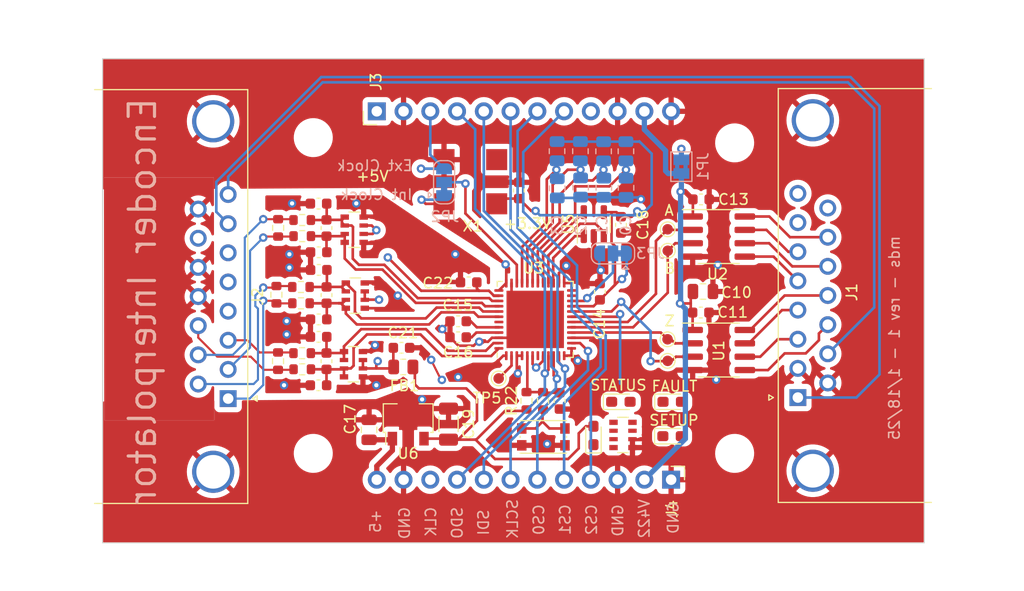
<source format=kicad_pcb>
(kicad_pcb (version 20221018) (generator pcbnew)
  (layers (0 "F.Cu" signal) (1 "In1.Cu" signal) (2 "In2.Cu" signal) (31 "B.Cu" signal) (34 "B.Paste" user) (35 "F.Paste" user) (36 "B.SilkS" user "B.Silkscreen") (37 "F.SilkS" user "F.Silkscreen") (38 "B.Mask" user) (39 "F.Mask" user) (44 "Edge.Cuts" user))
  (net 0 "")
  (net 1 "Net-(RN1-R3.2)")
  (net 2 "Net-(RN1-R1.2)")
  (net 3 "Net-(RN2-R3.2)")
  (net 4 "Net-(RN2-R1.2)")
  (net 5 "Net-(RN3-R3.2)")
  (net 6 "Net-(RN3-R1.2)")
  (net 7 "GND")
  (net 8 "+3.3V")
  (net 9 "Net-(U3-VC)")
  (net 10 "Net-(U3-VREF)")
  (net 11 "+5V")
  (net 12 "CALIBRATE")
  (net 13 "AVDD")
  (net 14 "Net-(D1-K)")
  (net 15 "Net-(D2-K)")
  (net 16 "Net-(D3-K)")
  (net 17 "SETUP")
  (net 18 "Net-(D5-K)")
  (net 19 "Net-(U2-1Z)")
  (net 20 "Net-(U2-2Z)")
  (net 21 "LIMIT1")
  (net 22 "Net-(J1-P111)")
  (net 23 "Net-(J1-P12)")
  (net 24 "Net-(J1-P13)")
  (net 25 "Net-(J1-P14)")
  (net 27 "/COS-")
  (net 28 "/SIN-")
  (net 29 "/REF+")
  (net 31 "/COS+")
  (net 32 "/SIN+")
  (net 33 "/REF-")
  (net 35 "Net-(JP2-A)")
  (net 36 "CLOCK")
  (net 37 "Net-(JP3-C)")
  (net 38 "Net-(U3-C3)")
  (net 39 "Net-(U3-C2)")
  (net 40 "Net-(U3-C0)")
  (net 41 "STATUS")
  (net 42 "FAULT")
  (net 43 "Net-(R20-Pad1)")
  (net 44 "Net-(U3-xRST)")
  (net 45 "Z")
  (net 46 "B")
  (net 47 "A")
  (net 49 "SCL")
  (net 50 "SDA")
  (net 51 "WP")
  (net 53 "Net-(U3-C1)")
  (net 54 "Net-(J3-Pin_6)")
  (net 55 "Net-(J3-Pin_7)")
  (net 56 "Net-(J3-Pin_8)")
  (net 57 "Net-(J3-Pin_5)")
  (net 58 "Net-(J4-Pin_6)")
  (net 59 "Net-(J3-Pin_3)")
  (net 60 "Net-(J3-Pin_4)")
  (net 62 "GNDA")
  (net 63 "V_RS422")
  (net 65 "Net-(U1-2Y)")
  (net 66 "Net-(U1-1Z)")
  (footprint "encoder-interpolator:R_0603_1608Metric" (layer "F.Cu") (at 165.81 66.505 90)
    (fp_text reference "R20" hide)
    (fp_text value "R1K")
  )
  (footprint "encoder-interpolator:TestPoint_Pad_D1.0mm" (layer "F.Cu") (at 161.6 64.38)
    (fp_text reference "TP5")
    (fp_text value "TestPoint")
  )
  (footprint "encoder-interpolator:R_Array_Convex_4x0603" (layer "F.Cu") (at 173.4 69.75 180)
    (fp_text reference "RN4" hide)
    (fp_text value "R20K")
  )
  (footprint "encoder-interpolator:DSUB-15_Male_Horizontal_P2.77x2.84mm_EdgePinOffset9.90mm_Housed_MountingHolesOffset11.32mm" (layer "F.Cu") (at 190 66.195 90)
    (fp_text reference "J1")
    (fp_text value "DA15_Receptacle_MountingHoles")
  )
  (footprint "encoder-interpolator:MountingHole_3.2mm_M3" (layer "F.Cu") (at 144 71.5)
    (fp_text reference "H3" hide)
    (fp_text value "MountingHole")
  )
  (footprint "encoder-interpolator:R_Array_Convex_4x0603" (layer "F.Cu") (at 147.815 63.03 180)
    (fp_text reference "RN3" hide)
    (fp_text value "R10K")
  )
  (footprint "encoder-interpolator:LED_0603_1608Metric_Pad1.05x0.95mm_HandSolder" (layer "F.Cu") (at 178.06 69.865)
    (fp_text reference "D3" hide)
    (fp_text value "LED")
  )
  (footprint "encoder-interpolator:C_0603_1608Metric" (layer "F.Cu") (at 152.375 61.47)
    (fp_text reference "C21")
    (fp_text value "1uF")
  )
  (footprint "encoder-interpolator:R_Array_Convex_4x0603" (layer "F.Cu") (at 147.885 50.25 180)
    (fp_text reference "RN2" hide)
    (fp_text value "R10K")
  )
  (footprint "encoder-interpolator:TestPoint_Pad_D1.0mm" (layer "F.Cu") (at 177.64 62.71)
    (fp_text reference "TP2" hide)
    (fp_text value "TestPoint")
  )
  (footprint "encoder-interpolator:C_0603_1608Metric" (layer "F.Cu") (at 145.255 50.09 90)
    (fp_text reference "C2" hide)
    (fp_text value "47pF")
  )
  (footprint "encoder-interpolator:MountingHole_3.2mm_M3" (layer "F.Cu") (at 184 71.5)
    (fp_text reference "H2" hide)
    (fp_text value "MountingHole")
  )
  (footprint "encoder-interpolator:PinHeader_1x12_P2.54mm_Horizontal" (layer "F.Cu") (at 150.03 39 90)
    (fp_text reference "J3")
    (fp_text value "Conn_01x12")
  )
  (footprint "encoder-interpolator:C_0603_1608Metric" (layer "F.Cu") (at 167.39 66.515 -90)
    (fp_text reference "C20" hide)
    (fp_text value "0.1uF")
  )
  (footprint "encoder-interpolator:SOIC-8_3.9x4.9mm_P1.27mm" (layer "F.Cu") (at 182.49 61.68)
    (fp_text reference "U1")
    (fp_text value "UA9638C")
  )
  (footprint "encoder-interpolator:MountingHole_3.2mm_M3" (layer "F.Cu") (at 184 42)
    (fp_text reference "H1" hide)
    (fp_text value "MountingHole")
  )
  (footprint "encoder-interpolator:C_0603_1608Metric" (layer "F.Cu") (at 144.495 65.03 180)
    (fp_text reference "C6" hide)
    (fp_text value "470pF")
  )
  (footprint "encoder-interpolator:SOIC-8_3.9x4.9mm_P1.27mm" (layer "F.Cu") (at 182.49 50.9)
    (fp_text reference "U2")
    (fp_text value "UA9638C")
  )
  (footprint "encoder-interpolator:R_0603_1608Metric" (layer "F.Cu") (at 140.665 50.075 90)
    (fp_text reference "R2" hide)
    (fp_text value "120R")
  )
  (footprint "encoder-interpolator:C_0603_1608Metric" (layer "F.Cu") (at 144.515 52.39 180)
    (fp_text reference "C8" hide)
    (fp_text value "470pF")
  )
  (footprint "encoder-interpolator:C_0603_1608Metric" (layer "F.Cu") (at 145.255 62.74 -90)
    (fp_text reference "C3" hide)
    (fp_text value "47pF")
  )
  (footprint "encoder-interpolator:DSUB-15_Female_Horizontal_P2.77x2.84mm_EdgePinOffset9.90mm_Housed_MountingHolesOffset11.32mm" (layer "F.Cu") (at 135.92 66.295 -90)
    (fp_text reference "J2")
    (fp_text value "DA15_Receptacle_MountingHoles")
  )
  (footprint "encoder-interpolator:C_0805_2012Metric" (layer "F.Cu") (at 180.99 56.12 180)
    (fp_text reference "C10")
    (fp_text value "10uF")
  )
  (footprint "encoder-interpolator:TestPoint_Pad_D1.0mm" (layer "F.Cu") (at 177.64 50.21)
    (fp_text reference "TP3" hide)
    (fp_text value "TestPoint")
  )
  (footprint "encoder-interpolator:C_0603_1608Metric" (layer "F.Cu") (at 180.81 47.37 180)
    (fp_text reference "C13")
    (fp_text value "0.1uF")
  )
  (footprint "encoder-interpolator:C_0603_1608Metric" (layer "F.Cu") (at 157.75 58.95 180)
    (fp_text reference "C15")
    (fp_text value "0.1uF")
  )
  (footprint "encoder-interpolator:R_0805_2012Metric" (layer "F.Cu") (at 152.545 63.29 180)
    (fp_text reference "FB1")
    (fp_text value "FerriteBead_Small")
  )
  (footprint "encoder-interpolator:PinHeader_1x12_P2.54mm_Horizontal" (layer "F.Cu") (at 177.97 74 -90)
    (fp_text reference "J4")
    (fp_text value "Conn_01x12")
  )
  (footprint "encoder-interpolator:C_0603_1608Metric" (layer "F.Cu") (at 144.5 47.77 180)
    (fp_text reference "C5" hide)
    (fp_text value "470pF")
  )
  (footprint "encoder-interpolator:Oscillator_SMD_EuroQuartz_XO91-4Pin_7.0x5.0mm" (layer "F.Cu") (at 158.91 45.69 180)
    (fp_text reference "X1")
    (fp_text value "DSC1001 - 24MHz" hide)
  )
  (footprint "encoder-interpolator:C_0603_1608Metric" (layer "F.Cu") (at 171.21 56.14 90)
    (fp_text reference "C14")
    (fp_text value "0.1uF" hide)
  )
  (footprint "encoder-interpolator:R_0603_1608Metric" (layer "F.Cu") (at 142.955 50.86)
    (fp_text reference "R6" hide)
    (fp_text value "R1K")
  )
  (footprint "encoder-interpolator:C_0603_1608Metric" (layer "F.Cu") (at 144.51 58.77 180)
    (fp_text reference "C7" hide)
    (fp_text value "470pF")
  )
  (footprint "encoder-interpolator:R_0603_1608Metric" (layer "F.Cu") (at 140.655 62.735 -90)
    (fp_text reference "R3" hide)
    (fp_text value "120R")
  )
  (footprint "encoder-interpolator:QFN-48-1EP_7x7mm_P0.5mm_EP5.45x5.45mm" (layer "F.Cu") (at 165.07 58.77 90)
    (fp_text reference "U3")
    (fp_text value "ICTW8")
  )
  (footprint "encoder-interpolator:R_0603_1608Metric" (layer "F.Cu") (at 142.955 63.51)
    (fp_text reference "R9" hide)
    (fp_text value "R1K")
  )
  (footprint "encoder-interpolator:TestPoint_Pad_D1.0mm" (layer "F.Cu") (at 177.65 52.25)
    (fp_text reference "TP4" hide)
    (fp_text value "TestPoint")
  )
  (footprint "encoder-interpolator:C_0603_1608Metric" (layer "F.Cu") (at 173.21 49.79 -90)
    (fp_text reference "C18")
    (fp_text value "0.1uF")
  )
  (footprint "encoder-interpolator:C_0603_1608Metric" (layer "F.Cu") (at 144.52 54.07 180)
    (fp_text reference "C4" hide)
    (fp_text value "470pF")
  )
  (footprint "encoder-interpolator:R_0603_1608Metric" (layer "F.Cu") (at 142.835 57.24)
    (fp_text reference "R4" hide)
    (fp_text value "R1K")
  )
  (footprint "encoder-interpolator:MountingHole_3.2mm_M3" (layer "F.Cu") (at 144 41.5)
    (fp_text reference "H4" hide)
    (fp_text value "MountingHole")
  )
  (footprint "encoder-interpolator:SOT-89-3" (layer "F.Cu") (at 153.01 68.15 90)
    (fp_text reference "U6")
    (fp_text value "MCP1754S-3302xMB" hide)
  )
  (footprint "encoder-interpolator:C_0603_1608Metric" (layer "F.Cu") (at 157.75 60.47 180)
    (fp_text reference "C16")
    (fp_text value "0.1uF")
  )
  (footprint "encoder-interpolator:LED_0603_1608Metric_Pad1.05x0.95mm_HandSolder" (layer "F.Cu") (at 173.2 66.6)
    (fp_text reference "D2" hide)
    (fp_text value "LED")
  )
  (footprint "encoder-interpolator:R_0603_1608Metric" (layer "F.Cu") (at 140.5 56.425 90)
    (fp_text reference "R1" hide)
    (fp_text value "120R")
  )
  (footprint "encoder-interpolator:C_0603_1608Metric" (layer "F.Cu") (at 144.505 60.43 180)
    (fp_text reference "C9" hide)
    (fp_text value "470pF")
  )
  (footprint "encoder-interpolator:R_0603_1608Metric" (layer "F.Cu") (at 164.24 66.505 90)
    (fp_text reference "R22")
    (fp_text value "R20K")
  )
  (footprint "encoder-interpolator:C_0603_1608Metric" (layer "F.Cu") (at 163.52 46.52 90)
    (fp_text reference "C12" hide)
    (fp_text value "0.1uF")
  )
  (footprint "encoder-interpolator:R_0603_1608Metric" (layer "F.Cu") (at 142.95 49.33)
    (fp_text reference "R7" hide)
    (fp_text value "R1K")
  )
  (footprint "encoder-interpolator:LED_0603_1608Metric_Pad1.05x0.95mm_HandSolder" (layer "F.Cu") (at 170.6 69.8 90)
    (fp_text reference "D5" hide)
    (fp_text value "LED")
  )
  (footprint "encoder-interpolator:R_Array_Convex_4x0603" (layer "F.Cu") (at 147.99 56.51 180)
    (fp_text reference "RN1" hide)
    (fp_text value "R10K")
  )
  (footprint "encoder-interpolator:SW_Push_1P1T_NO_CK_KMR2" (layer "F.Cu") (at 165.84 69.935 180)
    (fp_text reference "SW1" hide)
    (fp_text value "SW_Push")
  )
  (footprint "encoder-interpolator:LED_0603_1608Metric_Pad1.05x0.95mm_HandSolder" (layer "F.Cu") (at 178.075 66.6)
    (fp_text reference "D1" hide)
    (fp_text value "LED" hide)
  )
  (footprint "encoder-interpolator:C_1206_3216Metric" (layer "F.Cu") (at 156.84 68.72 90)
    (fp_text reference "C19")
    (fp_text value "22uF")
  )
  (footprint "encoder-interpolator:R_0603_1608Metric" (layer "F.Cu") (at 142.945 61.98)
    (fp_text reference "R8" hide)
    (fp_text value "R1K")
  )
  (footprint "encoder-interpolator:R_0603_1608Metric" (layer "F.Cu") (at 142.83 55.69)
    (fp_text reference "R5" hide)
    (fp_text value "R1K")
  )
  (footprint "encoder-interpolator:C_0603_1608Metric" (layer "F.Cu") (at 145.26 56.46 90)
    (fp_text reference "C1" hide)
    (fp_text value "47pF")
  )
  (footprint "encoder-interpolator:TestPoint_Pad_D1.0mm" (layer "F.Cu") (at 177.63 60.66)
    (fp_text reference "TP1" hide)
    (fp_text value "TestPoint")
  )
  (footprint "encoder-interpolator:SOT-23-5" (layer "F.Cu") (at 170.63 49.72 90)
    (fp_text reference "U5")
    (fp_text value "24AA02-OT")
  )
  (footprint "encoder-interpolator:C_0603_1608Metric" (layer "F.Cu") (at 180.785 58.12 180)
    (fp_text reference "C11")
    (fp_text value "0.1uF")
  )
  (footprint "encoder-interpolator:C_0805_2012Metric" (layer "F.Cu") (at 149.3 69.26 90)
    (fp_text reference "C17")
    (fp_text value "10uF")
  )
  (footprint "encoder-interpolator:C_0603_1608Metric" (layer "F.Cu") (at 158.75 55.25 180)
    (fp_text reference "C22")
    (fp_text value "0.1uF")
  )
  (footprint "encoder-interpolator:SolderJumper-3_P1.3mm_Bridged12_RoundedPad1.0x1.5mm" (layer "B.Cu") (at 172.45 52.5 180)
    (fp_text reference "JP3")
    (fp_text value "SolderJumper_3_Bridged12" hide)
  )
  (footprint "encoder-interpolator:R_0805_2012Metric" (layer "B.Cu") (at 169.38 46.24 -90)
    (fp_text reference "R13" hide)
    (fp_text value "R")
  )
  (footprint "encoder-interpolator:R_0805_2012Metric" (layer "B.Cu") (at 171.58 46.26 -90)
    (fp_text reference "R15" hide)
    (fp_text value "R")
  )
  (footprint "encoder-interpolator:SolderJumper-2_P1.3mm_Bridged2Bar_Pad1.0x1.5mm" (layer "B.Cu") (at 178.943 44.2572 -90)
    (fp_text reference "JP1")
    (fp_text value "Jumper_2_Bridged" hide)
  )
  (footprint "encoder-interpolator:R_0805_2012Metric" (layer "B.Cu") (at 173.68 42.795 -90)
    (fp_text reference "R16" hide)
    (fp_text value "10K")
  )
  (footprint "encoder-interpolator:R_0805_2012Metric" (layer "B.Cu") (at 169.36 42.79 -90)
    (fp_text reference "R12" hide)
    (fp_text value "R")
  )
  (footprint "encoder-interpolator:SolderJumper-3_P1.3mm_Bridged12_RoundedPad1.0x1.5mm" (layer "B.Cu") (at 156.42 45.74 90)
    (fp_text reference "JP2")
    (fp_text value "SolderJumper_3_Bridged12" hide)
  )
  (footprint "encoder-interpolator:R_0805_2012Metric" (layer "B.Cu") (at 171.56 42.8 -90)
    (fp_text reference "R14" hide)
    (fp_text value "R")
  )
  (footprint "encoder-interpolator:R_0805_2012Metric" (layer "B.Cu") (at 167.14 42.7875 -90)
    (fp_text reference "R10" hide)
    (fp_text value "R")
  )
  (footprint "encoder-interpolator:R_0805_2012Metric" (layer "B.Cu") (at 167.16 46.3175 -90)
    (fp_text reference "R11" hide)
    (fp_text value "R")
  )
  (footprint "encoder-interpolator:R_0805_2012Metric" (layer "B.Cu") (at 173.69 46.27 -90)
    (fp_text reference "R17" hide)
    (fp_text value "4.99K")
  )
  (gr_line (start 156.25 64.75) (end 155.25 62.75) (stroke (width 0.2)) (layer "F.Cu"))
  (gr_rect (start 124 34) (end 202 80) (stroke (width 0.1)) (fill none) (layer "Edge.Cuts"))
  (gr_text "Ext Clock" (at 153.5 44.75) (layer "B.SilkS") (effects (font (size 1 1)) (justify left bottom mirror)))
  (gr_text "V422" (at 176 75.75 90) (layer "B.SilkS") (effects (font (size 1 1)) (justify left bottom mirror)))
  (gr_text "CLK" (at 155.75 76.5 90) (layer "B.SilkS") (effects (font (size 1 1)) (justify left bottom mirror)))
  (gr_text "SCLK" (at 163.5 75.75 90) (layer "B.SilkS") (effects (font (size 1 1)) (justify left bottom mirror)))
  (gr_text "C0" (at 174.25 48.75 90) (layer "B.SilkS") (effects (font (size 1 1)) (justify left bottom mirror)))
  (gr_text "CS2" (at 171 76.25 90) (layer "B.SilkS") (effects (font (size 1 1)) (justify left bottom mirror)))
  (gr_text "C1" (at 172 48.75 90) (layer "B.SilkS") (effects (font (size 1 1)) (justify left bottom mirror)))
  (gr_text "+5" (at 150.5 76.75 90) (layer "B.SilkS") (effects (font (size 1 1)) (justify left bottom mirror)))
  (gr_text "GND" (at 173.5 76.25 90) (layer "B.SilkS") (effects (font (size 1 1)) (justify left bottom mirror)))
  (gr_text "CS1" (at 168.5 76.25 90) (layer "B.SilkS") (effects (font (size 1 1)) (justify left bottom mirror)))
  (gr_text "mds - rev 1 - 1/18/25" (at 199.75 50.75 90) (layer "B.SilkS") (effects (font (size 1 1)) (justify left bottom mirror)))
  (gr_text "GND" (at 178.75 76 90) (layer "B.SilkS") (effects (font (size 1 1)) (justify left bottom mirror)))
  (gr_text "CS0" (at 166 76.25 90) (layer "B.SilkS") (effects (font (size 1 1)) (justify left bottom mirror)))
  (gr_text "SDI" (at 160.75 76.75 90) (layer "B.SilkS") (effects (font (size 1 1)) (justify left bottom mirror)))
  (gr_text "SDO" (at 158.25 76.5 90) (layer "B.SilkS") (effects (font (size 1 1)) (justify left bottom mirror)))
  (gr_text "C3" (at 167.75 48.75 90) (layer "B.SilkS") (effects (font (size 1 1)) (justify left bottom mirror)))
  (gr_text "C2" (at 170 48.75 90) (layer "B.SilkS") (effects (font (size 1 1)) (justify left bottom mirror)))
  (gr_text "GND" (at 153.25 76.5 90) (layer "B.SilkS") (effects (font (size 1 1)) (justify left bottom mirror)))
  (gr_text "Encoder Interpolator" (at 129.25 37.5 90) (layer "B.SilkS") (effects (font (size 2.5 2.5) (thickness 0.3)) (justify left bottom mirror)))
  (gr_text "Int Clock" (at 153.5 47.5) (layer "B.SilkS") (effects (font (size 1 1)) (justify left bottom mirror)))
  (gr_text "+3.3V" (at 162 50.25) (layer "F.SilkS") (effects (font (size 1 1)) (justify left bottom)))
  (gr_text "Z" (at 177.25 59.5) (layer "F.SilkS") (effects (font (size 1 1)) (justify left bottom)))
  (gr_text "A" (at 177.25 49) (layer "F.SilkS") (effects (font (size 1 1)) (justify left bottom)))
  (gr_text "B" (at 177.25 54.5) (layer "F.SilkS") (effects (font (size 1 1)) (justify left bottom)))
  (gr_text "FAULT" (at 176.025 65.7) (layer "F.SilkS") (effects (font (size 1 1)) (justify left bottom)))
  (gr_text "STATUS" (at 170.2 65.6) (layer "F.SilkS") (effects (font (size 1 1)) (justify left bottom)))
  (gr_text "SETUP" (at 175.805 68.935) (layer "F.SilkS") (effects (font (size 1 1)) (justify left bottom)))
  (gr_text "+5V" (at 148 45.75) (layer "F.SilkS") (effects (font (size 1 1)) (justify left bottom)))
  (segment (start 145.295 55.65) (end 145.26 55.685) (width 0.25) (layer "F.Cu") (net 1))
  (segment (start 145.26 55.685) (end 146.665 55.685) (width 0.25) (layer "F.Cu") (net 1))
  (segment (start 146.665 55.685) (end 146.715 55.685) (width 0.25) (layer "F.Cu") (net 1))
  (segment (start 146.715 55.685) (end 147.09 55.31) (width 0.25) (layer "F.Cu") (net 1))
  (segment (start 147.955 58.075) (end 147.955 56.175) (width 0.25) (layer "F.Cu") (net 1))
  (segment (start 147.955 56.175) (end 147.09 55.31) (width 0.25) (layer "F.Cu") (net 1))
  (segment (start 159.75 57.652399) (end 155.707601 57.652399) (width 0.25) (layer "F.Cu") (net 1))
  (segment (start 146.665 55.685) (end 147.09 56.11) (width 0.25) (layer "F.Cu") (net 1))
  (segment (start 161.62 58.02) (end 160.117601 58.02) (width 0.25) (layer "F.Cu") (net 1))
  (segment (start 145.295 54.07) (end 145.295 55.65) (width 0.25) (layer "F.Cu") (net 1))
  (segment (start 154.686 58.674) (end 148.554 58.674) (width 0.25) (layer "F.Cu") (net 1))
  (segment (start 143.655 55.69) (end 145.255 55.69) (width 0.25) (layer "F.Cu") (net 1))
  (segment (start 155.707601 57.652399) (end 154.686 58.674) (width 0.25) (layer "F.Cu") (net 1))
  (segment (start 148.554 58.674) (end 147.955 58.075) (width 0.25) (layer "F.Cu") (net 1))
  (segment (start 160.117601 58.02) (end 159.75 57.652399) (width 0.25) (layer "F.Cu") (net 1))
  (segment (start 145.255 55.69) (end 145.26 55.685) (width 0.25) (layer "F.Cu") (net 1))
  (segment (start 159.25 58.1019) (end 156.1471 58.1019) (width 0.25) (layer "F.Cu") (net 2))
  (segment (start 146.615 57.235) (end 147.09 57.71) (width 0.25) (layer "F.Cu") (net 2))
  (segment (start 156.1471 58.1019) (end 154.998499 59.250501) (width 0.25) (layer "F.Cu") (net 2))
  (segment (start 159.6681 58.52) (end 159.25 58.1019) (width 0.25) (layer "F.Cu") (net 2))
  (segment (start 161.62 58.52) (end 159.6681 58.52) (width 0.25) (layer "F.Cu") (net 2))
  (segment (start 146.765 57.235) (end 147.09 56.91) (width 0.25) (layer "F.Cu") (net 2))
  (segment (start 143.66 57.24) (end 145.255 57.24) (width 0.25) (layer "F.Cu") (net 2))
  (segment (start 146.431 57.235) (end 146.765 57.235) (width 0.25) (layer "F.Cu") (net 2))
  (segment (start 148.130501 59.250501) (end 147.09 58.21) (width 0.25) (layer "F.Cu") (net 2))
  (segment (start 145.285 58.77) (end 145.285 57.26) (width 0.25) (layer "F.Cu") (net 2))
  (segment (start 145.255 57.24) (end 145.26 57.235) (width 0.25) (layer "F.Cu") (net 2))
  (segment (start 154.998499 59.250501) (end 148.130501 59.250501) (width 0.25) (layer "F.Cu") (net 2))
  (segment (start 145.26 57.235) (end 146.431 57.235) (width 0.25) (layer "F.Cu") (net 2))
  (segment (start 147.09 58.21) (end 147.09 57.71) (width 0.25) (layer "F.Cu") (net 2))
  (segment (start 146.431 57.235) (end 146.615 57.235) (width 0.25) (layer "F.Cu") (net 2))
  (segment (start 145.285 57.26) (end 145.26 57.235) (width 0.25) (layer "F.Cu") (net 2))
  (segment (start 146.72 49.315) (end 146.72 49.585) (width 0.25) (layer "F.Cu") (net 3))
  (segment (start 153.914288 56.75) (end 160.710804 56.75) (width 0.25) (layer "F.Cu") (net 3))
  (segment (start 147.635 49.85) (end 147.767 49.982) (width 0.25) (layer "F.Cu") (net 3))
  (segment (start 147.767 51.618712) (end 147.75 51.635712) (width 0.25) (layer "F.Cu") (net 3))
  (segment (start 145.255 49.315) (end 146.72 49.315) (width 0.25) (layer "F.Cu") (net 3))
  (segment (start 147.767 49.982) (end 147.767 51.618712) (width 0.25) (layer "F.Cu") (net 3))
  (segment (start 143.775 49.33) (end 145.24 49.33) (width 0.25) (layer "F.Cu") (net 3))
  (segment (start 146.985 49.85) (end 147.635 49.85) (width 0.25) (layer "F.Cu") (net 3))
  (segment (start 148.333998 53.583998) (end 150.748286 53.583998) (width 0.25) (layer "F.Cu") (net 3))
  (segment (start 145.275 47.77) (end 145.275 49.295) (width 0.25) (layer "F.Cu") (net 3))
  (segment (start 147.75 53) (end 148.333998 53.583998) (width 0.25) (layer "F.Cu") (net 3))
  (segment (start 150.748286 53.583998) (end 153.914288 56.75) (width 0.25) (layer "F.Cu") (net 3))
  (segment (start 160.710804 56.75) (end 160.980804 57.02) (width 0.25) (layer "F.Cu") (net 3))
  (segment (start 160.980804 57.02) (end 161.62 57.02) (width 0.25) (layer "F.Cu") (net 3))
  (segment (start 147.75 51.635712) (end 147.75 53) (width 0.25) (layer "F.Cu") (net 3))
  (segment (start 145.275 49.295) (end 145.255 49.315) (width 0.25) (layer "F.Cu") (net 3))
  (segment (start 145.24 49.33) (end 145.255 49.315) (width 0.25) (layer "F.Cu") (net 3))
  (segment (start 146.72 49.315) (end 146.985 49.05) (width 0.25) (layer "F.Cu") (net 3))
  (segment (start 146.72 49.585) (end 146.985 49.85) (width 0.25) (layer "F.Cu") (net 3))
  (segment (start 153.731496 57.202898) (end 160 57.202898) (width 0.25) (layer "F.Cu") (net 4))
  (segment (start 146.77 50.865) (end 146.985 50.65) (width 0.25) (layer "F.Cu") (net 4))
  (segment (start 145.255 50.865) (end 146.77 50.865) (width 0.25) (layer "F.Cu") (net 4))
  (segment (start 146.985 51.45) (end 146.985 52.985) (width 0.25) (layer "F.Cu") (net 4))
  (segment (start 146.985 52.985) (end 148.033499 54.033499) (width 0.25) (layer "F.Cu") (net 4))
  (segment (start 145.255 52.355) (end 145.29 52.39) (width 0.25) (layer "F.Cu") (net 4))
  (segment (start 145.25 50.86) (end 145.255 50.865) (width 0.25) (layer "F.Cu") (net 4))
  (segment (start 146.985 51.45) (end 146.985 50.65) (width 0.25) (layer "F.Cu") (net 4))
  (segment (start 148.033499 54.033499) (end 150.562097 54.033499) (width 0.25) (layer "F.Cu") (net 4))
  (segment (start 145.255 50.865) (end 145.255 52.355) (width 0.25) (layer "F.Cu") (net 4))
  (segment (start 160 57.202898) (end 160.317102 57.52) (width 0.25) (layer "F.Cu") (net 4))
  (segment (start 143.78 50.86) (end 145.25 50.86) (width 0.25) (layer "F.Cu") (net 4))
  (segment (start 150.562097 54.033499) (end 153.731496 57.202898) (width 0.25) (layer "F.Cu") (net 4))
  (segment (start 160.317102 57.52) (end 161.62 57.52) (width 0.25) (layer "F.Cu") (net 4))
  (segment (start 145.255 61.965) (end 146.78 61.965) (width 0.25) (layer "F.Cu") (net 5))
  (segment (start 145.255 61.965) (end 145.255 60.455) (width 0.25) (layer "F.Cu") (net 5))
  (segment (start 146.78 61.965) (end 146.915 61.83) (width 0.25) (layer "F.Cu") (net 5))
  (segment (start 161.111598 61.02) (end 161.62 61.02) (width 0.25) (layer "F.Cu") (net 5))
  (segment (start 146.915 62.63) (end 146.915 62.1) (width 0.25) (layer "F.Cu") (net 5))
  (segment (start 146.915 61.83) (end 146.915 61.33) (width 0.25) (layer "F.Cu") (net 5))
  (segment (start 143.77 61.98) (end 145.24 61.98) (width 0.25) (layer "F.Cu") (net 5))
  (segment (start 160.381598 61.75) (end 161.111598 61.02) (width 0.25) (layer "F.Cu") (net 5))
  (segment (start 156.326802 61.326802) (end 156.75 61.75) (width 0.25) (layer "F.Cu") (net 5))
  (segment (start 154.696002 59.700002) (end 156.322802 61.326802) (width 0.25) (layer "F.Cu") (net 5))
  (segment (start 145.255 60.455) (end 145.28 60.43) (width 0.25) (layer "F.Cu") (net 5))
  (segment (start 156.322802 61.326802) (end 156.326802 61.326802) (width 0.25) (layer "F.Cu") (net 5))
  (segment (start 146.915 61.33) (end 148.544998 59.700002) (width 0.25) (layer "F.Cu") (net 5))
  (segment (start 145.24 61.98) (end 145.255 61.965) (width 0.25) (layer "F.Cu") (net 5))
  (segment (start 146.915 62.1) (end 146.78 61.965) (width 0.25) (layer "F.Cu") (net 5))
  (segment (start 156.75 61.75) (end 160.381598 61.75) (width 0.25) (layer "F.Cu") (net 5))
  (segment (start 148.544998 59.700002) (end 154.696002 59.700002) (width 0.25) (layer "F.Cu") (net 5))
  (segment (start 146.915 64.23) (end 146.915 63.43) (width 0.25) (layer "F.Cu") (net 6))
  (segment (start 147.828 61.468) (end 149.098 60.198) (width 0.25) (layer "F.Cu") (net 6))
  (segment (start 146.83 63.515) (end 146.915 63.43) (width 0.25) (layer "F.Cu") (net 6))
  (segment (start 146.915 63.43) (end 147.565 63.43) (width 0.25) (layer "F.Cu") (net 6))
  (segment (start 145.255 63.515) (end 146.83 63.515) (width 0.25) (layer "F.Cu") (net 6))
  (segment (start 147.565 63.43) (end 147.828 63.167) (width 0.25) (layer "F.Cu") (net 6))
  (segment (start 145.255 65.015) (end 145.27 65.03) (width 0.25) (layer "F.Cu") (net 6))
  (segment (start 160.89 62.25) (end 161.62 61.52) (width 0.25) (layer "F.Cu") (net 6))
  (segment (start 145.255 63.515) (end 145.255 65.015) (width 0.25) (layer "F.Cu") (net 6))
  (segment (start 149.098 60.198) (end 154.178 60.198) (width 0.25) (layer "F.Cu") (net 6))
  (segment (start 156.23 62.25) (end 160.89 62.25) (width 0.25) (layer "F.Cu") (net 6))
  (segment (start 145.25 63.51) (end 145.255 63.515) (width 0.25) (layer "F.Cu") (net 6))
  (segment (start 143.78 63.51) (end 145.25 63.51) (width 0.25) (layer "F.Cu") (net 6))
  (segment (start 154.178 60.198) (end 156.23 62.25) (width 0.25) (layer "F.Cu") (net 6))
  (segment (start 147.828 63.167) (end 147.828 61.468) (width 0.25) (layer "F.Cu") (net 6))
  (segment (start 180.015 63.585) (end 179.2898 63.585) (width 0.25) (layer "F.Cu") (net 7))
  (segment (start 165.165408 63.3476) (end 165.1508 63.3476) (width 0.25) (layer "F.Cu") (net 7))
  (segment (start 168.52 60.52) (end 170.5782 60.52) (width 0.25) (layer "F.Cu") (net 7))
  (segment (start 168.52 62.1856) (end 168.5544 62.22) (width 0.25) (layer "F.Cu") (net 7))
  (segment (start 167.32 55.32) (end 167.32 54.366459) (width 0.25) (layer "F.Cu") (net 7))
  (segment (start 163.32 62.22) (end 163.82 62.22) (width 0.25) (layer "F.Cu") (net 7))
  (segment (start 167.82 62.22) (end 168.5544 62.22) (width 0.25) (layer "F.Cu") (net 7))
  (segment (start 162.32 53.608) (end 162.2552 53.5432) (width 0.25) (layer "F.Cu") (net 7))
  (segment (start 165.82 62.693008) (end 165.165408 63.3476) (width 0.25) (layer "F.Cu") (net 7))
  (segment (start 165.82 62.22) (end 165.82 62.693008) (width 0.25) (layer "F.Cu") (net 7))
  (segment (start 171.21 55.365) (end 171.21 54.1896) (width 0.25) (layer "F.Cu") (net 7))
  (segment (start 168.646 62.22) (end 169.1132 62.6872) (width 0.25) (layer "F.Cu") (net 7))
  (segment (start 163.32 62.22) (end 163.32 63.8028) (width 0.25) (layer "F.Cu") (net 7))
  (segment (start 168.5544 62.22) (end 168.646 62.22) (width 0.25) (layer "F.Cu") (net 7))
  (segment (start 162.0366 62.22) (end 161.417 62.8396) (width 0.25) (layer "F.Cu") (net 7))
  (segment (start 162.32 55.32) (end 162.32 53.608) (width 0.25) (layer "F.Cu") (net 7))
  (segment (start 170.5782 60.52) (end 171.0182 60.96) (width 0.25) (layer "F.Cu") (net 7))
  (segment (start 168.52 56.52) (end 168.52 56.02) (width 0.25) (layer "F.Cu") (net 7))
  (segment (start 163.32 63.8028) (end 163.4236 63.9064) (width 0.25) (layer "F.Cu") (net 7))
  (segment (start 161.62 56.02) (end 162.32 55.32) (width 0.25) (layer "F.Cu") (net 7))
  (segment (start 171.21 54.1896) (end 171.2976 54.102) (width 0.25) (layer "F.Cu") (net 7))
  (segment (start 162.32 62.22) (end 162.0366 62.22) (width 0.25) (layer "F.Cu") (net 7))
  (segment (start 167.32 54.366459) (end 168.010229 53.67623) (width 0.25) (layer "F.Cu") (net 7))
  (segment (start 153.01 70.0125) (end 153.01 67.6906) (width 0.25) (layer "F.Cu") (net 7))
  (segment (start 164.82 63.0168) (end 165.1508 63.3476) (width 0.25) (layer "F.Cu") (net 7))
  (segment (start 153.01 67.6906) (end 154.3304 66.3702) (width 0.25) (layer "F.Cu") (net 7))
  (segment (start 168.52 61.52) (end 168.52 62.1856) (width 0.25) (layer "F.Cu") (net 7))
  (segment (start 164.82 62.22) (end 164.82 63.0168) (width 0.25) (layer "F.Cu") (net 7))
  (via (at 168.010229 53.67623) (size 0.8) (drill 0.4) (layers "F.Cu" "B.Cu") (net 7))
  (via (at 171.2976 54.102) (size 0.8) (drill 0.4) (layers "F.Cu" "B.Cu") (net 7))
  (via (at 182.25 64.5) (size 0.8) (drill 0.4) (layers "F.Cu" "B.Cu") (net 7))
  (via (at 182.3974 53.594) (size 0.8) (drill 0.4) (layers "F.Cu" "B.Cu") (net 7))
  (via (at 162.2552 53.5432) (size 0.8) (drill 0.4) (layers "F.Cu" "B.Cu") (net 7))
  (via (at 166.2 70.6) (size 0.8) (drill 0.4) (layers "F.Cu" "B.Cu") (net 7))
  (via (at 175.1076 47.3456) (size 0.8) (drill 0.4) (layers "F.Cu" "B.Cu") (net 7))
  (via (at 156.21 64.516) (size 0.8) (drill 0.4) (layers "F.Cu" "B.Cu") (net 7))
  (via (at 163.4236 63.9064) (size 0.8) (drill 0.4) (layers "F.Cu" "B.Cu") (net 7))
  (via (at 157.75 64.25) (size 0.8) (drill 0.4) (layers "F.Cu" "B.Cu") (net 7))
  (via (at 169.1132 62.6872) (size 0.8) (drill 0.4) (layers "F.Cu" "B.Cu") (net 7))
  (via (at 165.1508 63.3476) (size 0.8) (drill 0.4) (layers "F.Cu" "B.Cu") (net 7))
  (via (at 154.3304 66.3702) (size 0.8) (drill 0.4) (layers "F.Cu" "B.Cu") (net 7))
  (segment (start 171.15 52.5) (end 171.15 53.9544) (width 0.25) (layer "B.Cu") (net 7))
  (segment (start 171.56 47.1525) (end 171.58 47.1725) (width 0.25) (layer "B.Cu") (net 7))
  (segment (start 174.9445 47.1825) (end 175.1076 47.3456) (width 0.25) (layer "B.Cu") (net 7))
  (segment (start 173.69 47.1825) (end 174.9445 47.1825) (width 0.25) (layer "B.Cu") (net 7))
  (segment (start 167.16 47.23) (end 169.3025 47.23) (width 0.25) (layer "B.Cu") (net 7))
  (segment (start 171.15 53.9544) (end 171.2976 54.102) (width 0.25) (layer "B.Cu") (net 7))
  (segment (start 173.68 47.1725) (end 173.69 47.1825) (width 0.25) (layer "B.Cu") (net 7))
  (segment (start 169.3025 47.23) (end 169.38 47.1525) (width 0.25) (layer "B.Cu") (net 7))
  (segment (start 171.58 47.1725) (end 173.68 47.1725) (width 0.25) (layer "B.Cu") (net 7))
  (segment (start 169.38 47.1525) (end 171.56 47.1525) (width 0.25) (layer "B.Cu") (net 7))
  (segment (start 159.4718 70.195) (end 162.2044 67.4624) (width 0.25) (layer "F.Cu") (net 8))
  (segment (start 174.1494 49.015) (end 174.235 49.015) (width 0.25) (layer "F.Cu") (net 8))
  (segment (start 163.52 47.295) (end 161.905 47.295) (width 0.25) (layer "F.Cu") (net 8))
  (segment (start 172.3136 48.5825) (end 172.7775 48.5825) (width 0.25) (layer "F.Cu") (net 8))
  (segment (start 170.605 57.52) (end 171.21 56.915) (width 0.25) (layer "F.Cu") (net 8))
  (segment (start 156.745 70.1) (end 156.84 70.195) (width 0.25) (layer "F.Cu") (net 8))
  (segment (start 164.6882 48.4632) (end 163.52 47.295) (width 0.25) (layer "F.Cu") (net 8))
  (segment (start 172.3136 48.5825) (end 172.3136 51.475943) (width 0.25) (layer "F.Cu") (net 8))
  (segment (start 163.5975 47.2175) (end 163.52 47.295) (width 0.25) (layer "F.Cu") (net 8))
  (segment (start 157.7446 70.195) (end 159.5374 68.4022) (width 0.25) (layer "F.Cu") (net 8))
  (segment (start 154.51 70.1) (end 156.745 70.1) (width 0.25) (layer "F.Cu") (net 8))
  (segment (start 161.2498 72.0344) (end 167.284399 72.0344) (width 0.25) (layer "F.Cu") (net 8))
  (segment (start 165.1 48.4632) (end 164.6882 48.4632) (width 0.25) (layer "F.Cu") (net 8))
  (segment (start 156.84 70.195) (end 157.7446 70.195) (width 0.25) (layer "F.Cu") (net 8))
  (segment (start 164.1076 67.4624) (end 164.24 67.33) (width 0.25) (layer "F.Cu") (net 8))
  (segment (start 173.21 49.015) (end 174.1494 49.015) (width 0.25) (layer "F.Cu") (net 8))
  (segment (start 172.3428 55.7822) (end 171.21 56.915) (width 0.25) (layer "F.Cu") (net 8))
  (segment (start 172.635 55.49) (end 172.3428 55.7822) (width 0.25) (layer "F.Cu") (net 8))
  (segment (start 153.6446 63.4771) (end 153.4575 63.29) (width 0.25) (layer "F.Cu") (net 8))
  (segment (start 154.0256 65.3288) (end 153.6446 64.9478) (width 0.25) (layer "F.Cu") (net 8))
  (segment (start 156.84 70.195) (end 159.4104 70.195) (width 0.25) (layer "F.Cu") (net 8))
  (segment (start 159.4104 70.195) (end 161.2498 72.0344) (width 0.25) (layer "F.Cu") (net 8))
  (segment (start 159.5374 68.4022) (end 159.5374 66.3448) (width 0.25) (layer "F.Cu") (net 8))
  (segment (start 171.58 48.5825) (end 172.3136 48.5825) (width 0.25) (layer "F.Cu") (net 8))
  (segment (start 153.6446 64.9478) (end 153.6446 63.4771) (width 0.25) (layer "F.Cu") (net 8))
  (segment (start 159.5374 66.3448) (end 158.5214 65.3288) (width 0.25) (layer "F.Cu") (net 8))
  (segment (start 167.284399 72.0344) (end 168.1906 72.0344) (width 0.25) (layer "F.Cu") (net 8))
  (segment (start 173.1848 54.9402) (end 172.3428 55.7822) (width 0.25) (layer "F.Cu") (net 8))
  (segment (start 169.2 71.025) (end 169.2 69.6) (width 0.25) (layer "F.Cu") (net 8))
  (segment (start 170.6 68.925) (end 169.875 68.925) (width 0.25) (layer "F.Cu") (net 8))
  (segment (start 161.905 47.295) (end 161.41 47.79) (width 0.25) (layer "F.Cu") (net 8))
  (segment (start 158.5214 65.3288) (end 154.0256 65.3288) (width 0.25) (layer "F.Cu") (net 8))
  (segment (start 162.2044 67.4624) (end 164.1076 67.4624) (width 0.25) (layer "F.Cu") (net 8))
  (segment (start 169.875 68.925) (end 169.2 69.6) (width 0.25) (layer "F.Cu") (net 8))
  (segment (start 159.4104 70.195) (end 159.4718 70.195) (width 0.25) (layer "F.Cu") (net 8))
  (segment (start 172.3136 51.475943) (end 172.635 51.797343) (width 0.25) (layer "F.Cu") (net 8))
  (segment (start 173.3042 54.9402) (end 173.1848 54.9402) (width 0.25) (layer "F.Cu") (net 8))
  (segment (start 168.1906 72.0344) (end 169.2 71.025) (width 0.25) (layer "F.Cu") (net 8))
  (segment (start 168.52 57.52) (end 170.605 57.52) (width 0.25) (layer "F.Cu") (net 8))
  (segment (start 174.235 49.015) (end 174.75 48.5) (width 0.25) (layer "F.Cu") (net 8))
  (segment (start 172.7775 48.5825) (end 173.21 49.015) (width 0.25) (layer "F.Cu") (net 8))
  (segment (start 172.635 51.797343) (end 172.635 55.49) (width 0.25) (layer "F.Cu") (net 8))
  (via (at 165.1 48.4632) (size 0.8) (drill 0.4) (layers "F.Cu" "B.Cu") (net 8))
  (via (at 174.75 48.5) (size 0.8) (drill 0.4) (layers "F.Cu" "B.Cu") (net 8))
  (via (at 173.3042 54.9402) (size 0.8) (drill 0.4) (layers "F.Cu" "B.Cu") (net 8))
  (segment (start 174.9319 41.8825) (end 173.68 41.8825) (width 0.25) (layer "B.Cu") (net 8))
  (segment (start 165.5064 48.8696) (end 165.1 48.4632) (width 0.25) (layer "B.Cu") (net 8))
  (segment (start 174.9552 41.8592) (end 174.9319 41.8825) (width 0.25) (layer "B.Cu") (net 8))
  (segment (start 176.1236 47.8536) (end 176.1236 43.0276) (width 0.25) (layer "B.Cu") (net 8))
  (segment (start 171.56 41.8875) (end 169.37 41.8875) (width 0.25) (layer "B.Cu") (net 8))
  (segment (start 175.4886 48.4886) (end 176.1236 47.8536) (width 0.25) (layer "B.Cu") (net 8))
  (segment (start 173.3042 54.9402) (end 173.75 54.4944) (width 0.25) (layer "B.Cu") (net 8))
  (segment (start 175.1076 48.8696) (end 175.4886 48.4886) (width 0.25) (layer "B.Cu") (net 8))
  (segment (start 169.36 41.8775) (end 167.1425 41.8775) (width 0.25) (layer "B.Cu") (net 8))
  (segment (start 174.2948 48.8696) (end 175.1076 48.8696) (width 0.25) (layer "B.Cu") (net 8))
  (segment (start 167.1425 41.8775) (end 167.14 41.875) (width 0.25) (layer "B.Cu") (net 8))
  (segment (start 173.68 41.8825) (end 171.565 41.8825) (width 0.25) (layer "B.Cu") (net 8))
  (segment (start 176.1236 43.0276) (end 174.9552 41.8592) (width 0.25) (layer "B.Cu") (net 8))
  (segment (start 170.4848 48.8696) (end 165.5064 48.8696) (width 0.25) (layer "B.Cu") (net 8))
  (segment (start 171.565 41.8825) (end 171.56 41.8875) (width 0.25) (layer "B.Cu") (net 8))
  (segment (start 169.37 41.8875) (end 169.36 41.8775) (width 0.25) (layer "B.Cu") (net 8))
  (segment (start 173.75 54.4944) (end 173.75 52.5) (width 0.25) (layer "B.Cu") (net 8))
  (segment (start 175.4772 48.5) (end 175.4886 48.4886) (width 0.25) (layer "B.Cu") (net 8))
  (segment (start 174.2948 48.8696) (end 170.4848 48.8696) (width 0.25) (layer "B.Cu") (net 8))
  (segment (start 174.75 48.5) (end 175.4772 48.5) (width 0.25) (layer "B.Cu") (net 8))
  (segment (start 158.95 58.95) (end 158.525 58.95) (width 0.25) (layer "F.Cu") (net 9))
  (segment (start 161.62 59.52) (end 159.52 59.52) (width 0.25) (layer "F.Cu") (net 9))
  (segment (start 159.52 59.52) (end 158.95 58.95) (width 0.25) (layer "F.Cu") (net 9))
  (segment (start 159.03 60.47) (end 159.48 60.02) (width 0.25) (layer "F.Cu") (net 10))
  (segment (start 158.525 60.47) (end 159.03 60.47) (width 0.25) (layer "F.Cu") (net 10))
  (segment (start 159.48 60.02) (end 161.62 60.02) (width 0.25) (layer "F.Cu") (net 10))
  (segment (start 150.03 74) (end 150.03 72.7026) (width 0.5) (layer "F.Cu") (net 11))
  (segment (start 151.4 70.21) (end 151.51 70.1) (width 0.5) (layer "F.Cu") (net 11))
  (segment (start 150.03 72.7026) (end 151.51 71.2226) (width 0.5) (layer "F.Cu") (net 11))
  (segment (start 149.3 70.21) (end 151.4 70.21) (width 0.5) (layer "F.Cu") (net 11))
  (segment (start 151.51 71.2226) (end 151.51 70.1) (width 0.5) (layer "F.Cu") (net 11))
  (via (at 178.943 42.5704) (size 0.8) (drill 0.4) (layers "F.Cu" "B.Cu") (net 11))
  (segment (start 178.943 43.6072) (end 178.943 42.5704) (width 0.5) (layer "B.Cu") (net 11))
  (segment (start 164.32 62.22) (end 164.32 65.6) (width 0.25) (layer "F.Cu") (net 12))
  (segment (start 167.39 65.74) (end 165.87 65.74) (width 0.25) (layer "F.Cu") (net 12))
  (segment (start 164.32 65.6) (end 164.24 65.68) (width 0.25) (layer "F.Cu") (net 12))
  (segment (start 165.81 65.68) (end 164.24 65.68) (width 0.25) (layer "F.Cu") (net 12))
  (segment (start 165.87 65.74) (end 165.81 65.68) (width 0.25) (layer "F.Cu") (net 12))
  (segment (start 161.62 56.52) (end 161.1172 56.52) (width 0.25) (layer "F.Cu") (net 13))
  (segment (start 161.146992 56.52) (end 161.62 56.52) (width 0.25) (layer "F.Cu") (net 13))
  (segment (start 148.89 56.11) (end 148.89 56.91) (width 0.25) (layer "F.Cu") (net 13))
  (segment (start 148.715 63.43) (end 149.987 63.43) (width 0.25) (layer "F.Cu") (net 13))
  (segment (start 151.6 61.47) (end 151.6 63.2575) (width 0.25) (layer "F.Cu") (net 13))
  (segment (start 159.75 56.05) (end 160.676992 56.05) (width 0.25) (layer "F.Cu") (net 13))
  (segment (start 149.987 62.865) (end 150.114 62.738) (width 0.25) (layer "F.Cu") (net 13))
  (segment (start 149.629 50.65) (end 149.987 50.292) (width 0.25) (layer "F.Cu") (net 13))
  (segment (start 148.904 56.896) (end 148.89 56.91) (width 0.25) (layer "F.Cu") (net 13))
  (segment (start 148.785 50.65) (end 149.629 50.65) (width 0.25) (layer "F.Cu") (net 13))
  (segment (start 151.0792 52.8828) (end 154.2464 56.05) (width 0.25) (layer "F.Cu") (net 13))
  (segment (start 148.785 49.85) (end 149.545 49.85) (width 0.25) (layer "F.Cu") (net 13))
  (segment (start 160.676992 56.05) (end 161.146992 56.52) (width 0.25) (layer "F.Cu") (net 13))
  (segment (start 150.241 56.896) (end 148.904 56.896) (width 0.25) (layer "F.Cu") (net 13))
  (segment (start 149.987 63.43) (end 151.4925 63.43) (width 0.25) (layer "F.Cu") (net 13))
  (segment (start 151.4925 63.43) (end 151.6325 63.29) (width 0.25) (layer "F.Cu") (net 13))
  (segment (start 149.545 49.85) (end 149.987 50.292) (width 0.25) (layer "F.Cu") (net 13))
  (segment (start 151.6 63.2575) (end 151.6325 63.29) (width 0.25) (layer "F.Cu") (net 13))
  (segment (start 159.525 55.25) (end 159.525 55.825) (width 0.25) (layer "F.Cu") (net 13))
  (segment (start 154.2464 56.05) (end 159.75 56.05) (width 0.25) (layer "F.Cu") (net 13))
  (segment (start 148.715 62.63) (end 148.715 63.43) (width 0.25) (layer "F.Cu") (net 13))
  (segment (start 159.525 55.825) (end 159.75 56.05) (width 0.25) (layer "F.Cu") (net 13))
  (segment (start 149.987 63.43) (end 149.987 62.865) (width 0.25) (layer "F.Cu") (net 13))
  (via (at 151.0792 52.8828) (size 0.8) (drill 0.4) (layers "F.Cu" "B.Cu") (net 13))
  (via (at 149.987 50.292) (size 0.8) (drill 0.4) (layers "F.Cu" "B.Cu") (net 13))
  (via (at 150.114 62.738) (size 0.8) (drill 0.4) (layers "F.Cu" "B.Cu") (net 13))
  (via (at 150.241 56.896) (size 0.8) (drill 0.4) (layers "F.Cu" "B.Cu") (net 13))
  (segment (start 144.75 35.75) (end 134.795 45.705) (width 0.25) (layer "B.Cu") (net 17))
  (segment (start 197.75 64) (end 197.75 38.5) (width 0.25) (layer "B.Cu") (net 17))
  (segment (start 197.75 38.5) (end 195 35.75) (width 0.25) (layer "B.Cu") (net 17))
  (segment (start 190 66.195) (end 195.555 66.195) (width 0.25) (layer "B.Cu") (net 17))
  (segment (start 134.795 45.705) (end 134.795 48.55) (width 0.25) (layer "B.Cu") (net 17))
  (segment (start 134.795 48.55) (end 135.92 49.675) (width 0.25) (layer "B.Cu") (net 17))
  (segment (start 195.555 66.195) (end 197.75 64) (width 0.25) (layer "B.Cu") (net 17))
  (segment (start 195 35.75) (end 144.75 35.75) (width 0.25) (layer "B.Cu") (net 17))
  (segment (start 184.965 50.265) (end 187.015 50.265) (width 0.25) (layer "F.Cu") (net 19))
  (segment (start 189.095 52.345) (end 190 52.345) (width 0.25) (layer "F.Cu") (net 19))
  (segment (start 187.015 50.265) (end 189.095 52.345) (width 0.25) (layer "F.Cu") (net 19))
  (segment (start 187.69 52.805) (end 190 55.115) (width 0.25) (layer "F.Cu") (net 20))
  (segment (start 184.965 52.805) (end 187.69 52.805) (width 0.25) (layer "F.Cu") (net 20))
  (segment (start 144.88569 36.25) (end 135.92 45.21569) (width 0.25) (layer "B.Cu") (net 21))
  (segment (start 192.84 62.04) (end 197.25 57.63) (width 0.25) (layer "B.Cu") (net 21))
  (segment (start 194.75 36.25) (end 144.88569 36.25) (width 0.25) (layer "B.Cu") (net 21))
  (segment (start 135.92 45.21569) (end 135.92 46.905) (width 0.25) (layer "B.Cu") (net 21))
  (segment (start 197.25 38.75) (end 194.75 36.25) (width 0.25) (layer "B.Cu") (net 21))
  (segment (start 197.25 57.63) (end 197.25 38.75) (width 0.25) (layer "B.Cu") (net 21))
  (segment (start 184.965 63.585) (end 187.165 63.585) (width 0.25) (layer "F.Cu") (net 22))
  (segment (start 192 60.75) (end 192 60.11) (width 0.25) (layer "F.Cu") (net 22))
  (segment (start 192 60.11) (end 192.84 59.27) (width 0.25) (layer "F.Cu") (net 22))
  (segment (start 188.75 62) (end 190.75 62) (width 0.25) (layer "F.Cu") (net 22))
  (segment (start 190.75 62) (end 192 60.75) (width 0.25) (layer "F.Cu") (net 22))
  (segment (start 187.165 63.585) (end 188.75 62) (width 0.25) (layer "F.Cu") (net 22))
  (segment (start 185.475 59.775) (end 188.75 56.5) (width 0.25) (layer "F.Cu") (net 23))
  (segment (start 184.965 59.775) (end 185.475 59.775) (width 0.25) (layer "F.Cu") (net 23))
  (segment (start 188.75 56.5) (end 192.84 56.5) (width 0.25) (layer "F.Cu") (net 23))
  (segment (start 184.965 51.535) (end 187.2726 51.535) (width 0.25) (layer "F.Cu") (net 24))
  (segment (start 187.2726 51.535) (end 189.4676 53.73) (width 0.25) (layer "F.Cu") (net 24))
  (segment (start 189.4676 53.73) (end 192.84 53.73) (width 0.25) (layer "F.Cu") (net 24))
  (segment (start 187.28569 48.995) (end 189.25069 50.96) (width 0.25) (layer "F.Cu") (net 25))
  (segment (start 184.965 48.995) (end 187.28569 48.995) (width 0.25) (layer "F.Cu") (net 25))
  (segment (start 189.25069 50.96) (end 192.84 50.96) (width 0.25) (layer "F.Cu") (net 25))
  (segment (start 140.5 57.25) (end 142 57.25) (width 0.2) (layer "F.Cu") (net 27))
  (segment (start 142 57.25) (end 142.01 57.24) (width 0.2) (layer "F.Cu") (net 27))
  (segment (start 139.25 57) (end 140.25 57) (width 0.2) (layer "F.Cu") (net 27))
  (segment (start 140.25 57) (end 140.5 57.25) (width 0.2) (layer "F.Cu") (net 27))
  (via (at 139.25 57) (size 0.8) (drill 0.4) (layers "F.Cu" "B.Cu") (net 27))
  (segment (start 135.92 66.295) (end 137.955 66.295) (width 0.2) (layer "B.Cu") (net 27))
  (segment (start 137.955 66.295) (end 139.25 65) (width 0.2) (layer "B.Cu") (net 27))
  (segment (start 139.25 65) (end 139.25 57) (width 0.2) (layer "B.Cu") (net 27))
  (segment (start 139.35 50.9) (end 139.25 51) (width 0.2) (layer "F.Cu") (net 28))
  (segment (start 140.665 50.9) (end 142.09 50.9) (width 0.2) (layer "F.Cu") (net 28))
  (segment (start 142.09 50.9) (end 142.13 50.86) (width 0.2) (layer "F.Cu") (net 28))
  (segment (start 140.665 50.9) (end 139.35 50.9) (width 0.2) (layer "F.Cu") (net 28))
  (via (at 139.25 51) (size 0.8) (drill 0.4) (layers "F.Cu" "B.Cu") (net 28))
  (segment (start 135.92 63.525) (end 138 61.445) (width 0.2) (layer "B.Cu") (net 28))
  (segment (start 138 61.445) (end 138 52.25) (width 0.2) (layer "B.Cu") (net 28))
  (segment (start 138 52.25) (end 139.25 51) (width 0.2) (layer "B.Cu") (net 28))
  (segment (start 140.655 61.91) (end 138.91 61.91) (width 0.2) (layer "F.Cu") (net 29))
  (segment (start 142.05 61.91) (end 142.12 61.98) (width 0.2) (layer "F.Cu") (net 29))
  (segment (start 140.655 61.91) (end 142.05 61.91) (width 0.2) (layer "F.Cu") (net 29))
  (segment (start 138.91 61.91) (end 137.755 60.755) (width 0.2) (layer "F.Cu") (net 29))
  (segment (start 137.755 60.755) (end 135.92 60.755) (width 0.2) (layer "F.Cu") (net 29))
  (segment (start 140.5 55.6) (end 141.915 55.6) (width 0.2) (layer "F.Cu") (net 31))
  (segment (start 141.915 55.6) (end 142.005 55.69) (width 0.2) (layer "F.Cu") (net 31))
  (segment (start 140.35 55.75) (end 140.5 55.6) (width 0.2) (layer "F.Cu") (net 31))
  (segment (start 139 55.75) (end 140.35 55.75) (width 0.2) (layer "F.Cu") (net 31))
  (via (at 139.25 55.75) (size 0.8) (drill 0.4) (layers "F.Cu" "B.Cu") (net 31))
  (segment (start 138.5 56.5) (end 139.25 55.75) (width 0.2) (layer "B.Cu") (net 31))
  (segment (start 138.5 57.5) (end 138.5 56.5) (width 0.2) (layer "B.Cu") (net 31))
  (segment (start 138.75 64.5) (end 138.75 57.75) (width 0.2) (layer "B.Cu") (net 31))
  (segment (start 138.75 57.75) (end 138.5 57.5) (width 0.2) (layer "B.Cu") (net 31))
  (segment (start 138.34 64.91) (end 138.75 64.5) (width 0.2) (layer "B.Cu") (net 31))
  (segment (start 133.08 64.91) (end 138.34 64.91) (width 0.2) (layer "B.Cu") (net 31))
  (segment (start 140.665 49.25) (end 142.045 49.25) (width 0.2) (layer "F.Cu") (net 32))
  (segment (start 142.045 49.25) (end 142.125 49.33) (width 0.2) (layer "F.Cu") (net 32))
  (segment (start 140.665 49.25) (end 139.25 49.25) (width 0.2) (layer "F.Cu") (net 32))
  (via (at 139.25 49.25) (size 0.8) (drill 0.4) (layers "F.Cu" "B.Cu") (net 32))
  (segment (start 137.5 51) (end 139.25 49.25) (width 0.2) (layer "B.Cu") (net 32))
  (segment (start 137.5 61) (end 137.5 51) (width 0.2) (layer "B.Cu") (net 32))
  (segment (start 136.36 62.14) (end 137.5 61) (width 0.2) (layer "B.Cu") (net 32))
  (segment (start 133.08 62.14) (end 136.36 62.14) (width 0.2) (layer "B.Cu") (net 32))
  (segment (start 142.08 63.56) (end 142.13 63.51) (width 0.2) (layer "F.Cu") (net 33))
  (segment (start 140.655 63.56) (end 142.08 63.56) (width 0.2) (layer "F.Cu") (net 33))
  (segment (start 140.655 63.56) (end 139.31 63.56) (width 0.2) (layer "F.Cu") (net 33))
  (segment (start 133.08 60.50137) (end 133.08 59.37) (width 0.2) (layer "F.Cu") (net 33))
  (segment (start 134.888131 62.309501) (end 133.08 60.50137) (width 0.2) (layer "F.Cu") (net 33))
  (segment (start 138.059501 62.309501) (end 134.888131 62.309501) (width 0.2) (layer "F.Cu") (net 33))
  (segment (start 139.31 63.56) (end 138.059501 62.309501) (width 0.2) (layer "F.Cu") (net 33))
  (segment (start 154.6732 47.79) (end 154.2796 47.3964) (width 0.25) (layer "F.Cu") (net 35))
  (segment (start 156.41 47.79) (end 154.6732 47.79) (width 0.25) (layer "F.Cu") (net 35))
  (via (at 154.2796 47.3964) (size 0.8) (drill 0.4) (layers "F.Cu" "B.Cu") (net 35))
  (segment (start 156.0636 47.3964) (end 156.42 47.04) (width 0.25) (layer "B.Cu") (net 35))
  (segment (start 154.2796 47.3964) (end 156.0636 47.3964) (width 0.25) (layer "B.Cu") (net 35))
  (segment (start 163.32 55.32) (end 163.32 53.583402) (width 0.25) (layer "F.Cu") (net 36))
  (segment (start 158.4452 48.708602) (end 158.4452 45.8724) (width 0.25) (layer "F.Cu") (net 36))
  (segment (start 163.32 53.583402) (end 158.4452 48.708602) (width 0.25) (layer "F.Cu") (net 36))
  (via (at 158.4452 45.8724) (size 0.8) (drill 0.4) (layers "F.Cu" "B.Cu") (net 36))
  (segment (start 156.42 45.74) (end 158.3128 45.74) (width 0.25) (layer "B.Cu") (net 36))
  (segment (start 158.3128 45.74) (end 158.4452 45.8724) (width 0.25) (layer "B.Cu") (net 36))
  (segment (start 169.73 57.02) (end 168.52 57.02) (width 0.25) (layer "F.Cu") (net 37))
  (segment (start 170 56.75) (end 169.73 57.02) (width 0.25) (layer "F.Cu") (net 37))
  (via (at 170 56.75) (size 0.8) (drill 0.4) (layers "F.Cu" "B.Cu") (net 37))
  (segment (start 172.45 52.5) (end 172.45 54.3) (width 0.25) (layer "B.Cu") (net 37))
  (segment (start 172.45 54.3) (end 170 56.75) (width 0.25) (layer "B.Cu") (net 37))
  (segment (start 163.82 55.32) (end 163.82 51.87404) (width 0.25) (layer "F.Cu") (net 38))
  (segment (start 166.1668 45.466) (end 167.0812 44.5516) (width 0.25) (layer "F.Cu") (net 38))
  (segment (start 166.1668 49.52724) (end 166.1668 45.466) (width 0.25) (layer "F.Cu") (net 38))
  (segment (start 163.82 51.87404) (end 166.1668 49.52724) (width 0.25) (layer "F.Cu") (net 38))
  (via (at 167.0812 44.5516) (size 0.8) (drill 0.4) (layers "F.Cu" "B.Cu") (net 38))
  (segment (start 168.148 44.5516) (end 169.3672 44.5516) (width 0.25) (layer "F.Cu") (net 39))
  (segment (start 166.7256 45.974) (end 168.148 44.5516) (width 0.25) (layer "F.Cu") (net 39))
  (segment (start 164.32 52.00973) (end 166.7256 49.60413) (width 0.25) (layer "F.Cu") (net 39))
  (segment (start 166.7256 49.60413) (end 166.7256 45.974) (width 0.25) (layer "F.Cu") (net 39))
  (segment (start 164.32 55.32) (end 164.32 52.00973) (width 0.25) (layer "F.Cu") (net 39))
  (via (at 169.3672 44.5516) (size 0.8) (drill 0.4) (layers "F.Cu" "B.Cu") (net 39))
  (segment (start 168.8592 48.74191) (end 168.8592 46.1264) (width 0.25) (layer "F.Cu") (net 40))
  (segment (start 165.32 55.32) (end 165.32 52.72249) (width 0.25) (layer "F.Cu") (net 40))
  (segment (start 165.310899 52.713389) (end 165.310899 52.290211) (width 0.25) (layer "F.Cu") (net 40))
  (segment (start 168.8592 46.1264) (end 172.1104 46.1264) (width 0.25) (layer "F.Cu") (net 40))
  (segment (start 165.32 52.72249) (end 165.310899 52.713389) (width 0.25) (layer "F.Cu") (net 40))
  (segment (start 165.310899 52.290211) (end 168.8592 48.74191) (width 0.25) (layer "F.Cu") (net 40))
  (segment (start 172.1104 46.1264) (end 173.6852 44.5516) (width 0.25) (layer "F.Cu") (net 40))
  (via (at 173.6852 44.5516) (size 0.8) (drill 0.4) (layers "F.Cu" "B.Cu") (net 40))
  (segment (start 168.52 58.52) (end 172.874 58.52) (width 0.25) (layer "F.Cu") (net 41))
  (segment (start 172.874 58.52) (end 173.1264 58.2676) (width 0.25) (layer "F.Cu") (net 41))
  (via (at 173.1264 58.2676) (size 0.8) (drill 0.4) (layers "F.Cu" "B.Cu") (net 41))
  (segment (start 173.1264 64.8716) (end 173.1264 58.2676) (width 0.25) (layer "B.Cu") (net 41))
  (segment (start 176.022 62.738) (end 177.612 62.738) (width 0.25) (layer "F.Cu") (net 42))
  (segment (start 178.0312 62.71) (end 177.64 62.71) (width 0.25) (layer "F.Cu") (net 42))
  (segment (start 172.3072 58.02) (end 173.228 57.0992) (width 0.25) (layer "F.Cu") (net 42))
  (segment (start 178.4262 62.315) (end 178.0312 62.71) (width 0.25) (layer "F.Cu") (net 42))
  (segment (start 168.52 58.02) (end 172.3072 58.02) (width 0.25) (layer "F.Cu") (net 42))
  (segment (start 180.015 62.315) (end 178.4262 62.315) (width 0.25) (layer "F.Cu") (net 42))
  (segment (start 177.612 62.738) (end 177.64 62.71) (width 0.25) (layer "F.Cu") (net 42))
  (via (at 173.228 57.0992) (size 0.8) (drill 0.4) (layers "F.Cu" "B.Cu") (net 42))
  (via (at 176.022 62.738) (size 0.8) (drill 0.4) (layers "F.Cu" "B.Cu") (net 42))
  (segment (start 173.228 57.0992) (end 176.022 59.8932) (width 0.25) (layer "B.Cu") (net 42))
  (segment (start 176.022 59.8932) (end 176.022 62.738) (width 0.25) (layer "B.Cu") (net 42))
  (segment (start 166.417 69.135) (end 165.7604 68.4784) (width 0.25) (layer "F.Cu") (net 43))
  (segment (start 167.89 69.135) (end 166.417 69.135) (width 0.25) (layer "F.Cu") (net 43))
  (segment (start 165.7604 68.4784) (end 165.7604 67.3796) (width 0.25) (layer "F.Cu") (net 43))
  (segment (start 165.1038 69.135) (end 165.7604 68.4784) (width 0.25) (layer "F.Cu") (net 43))
  (segment (start 165.7604 67.3796) (end 165.81 67.33) (width 0.25) (layer "F.Cu") (net 43))
  (segment (start 163.79 69.135) (end 165.1038 69.135) (width 0.25) (layer "F.Cu") (net 43))
  (segment (start 162.82 63.16) (end 161.6 64.38) (width 0.25) (layer "F.Cu") (net 44))
  (segment (start 162.82 62.22) (end 162.82 63.16) (width 0.25) (layer "F.Cu") (net 44))
  (segment (start 176.99 60.02) (end 177.63 60.66) (width 0.25) (layer "F.Cu") (net 45))
  (segment (start 168.52 60.02) (end 176.99 60.02) (width 0.25) (layer "F.Cu") (net 45))
  (segment (start 178.3754 61.045) (end 180.015 61.045) (width 0.25) (layer "F.Cu") (net 45))
  (segment (start 177.63 60.66) (end 177.9572 60.66) (width 0.25) (layer "F.Cu") (net 45))
  (segment (start 178.3588 61.0616) (end 178.3754 61.045) (width 0.25) (layer "F.Cu") (net 45))
  (segment (start 177.9572 60.66) (end 178.3588 61.0616) (width 0.25) (layer "F.Cu") (net 45))
  (segment (start 174.3632 59.52) (end 177.65 56.2332) (width 0.25) (layer "F.Cu") (net 46))
  (segment (start 168.52 59.52) (end 174.3632 59.52) (width 0.25) (layer "F.Cu") (net 46))
  (segment (start 178.365 51.535) (end 180.015 51.535) (width 0.25) (layer "F.Cu") (net 46))
  (segment (start 177.65 56.2332) (end 177.65 52.25) (width 0.25) (layer "F.Cu") (net 46))
  (segment (start 177.65 52.25) (end 178.365 51.535) (width 0.25) (layer "F.Cu") (net 46))
  (segment (start 168.52 59.02) (end 173.8472 59.02) (width 0.25) (layer "F.Cu") (net 47))
  (segment (start 173.8472 59.02) (end 176.53 56.3372) (width 0.25) (layer "F.Cu") (net 47))
  (segment (start 176.53 51.32) (end 177.64 50.21) (width 0.25) (layer "F.Cu") (net 47))
  (segment (start 180.015 50.265) (end 177.695 50.265) (width 0.25) (layer "F.Cu") (net 47))
  (segment (start 177.695 50.265) (end 177.64 50.21) (width 0.25) (layer "F.Cu") (net 47))
  (segment (start 176.53 56.3372) (end 176.53 51.32) (width 0.25) (layer "F.Cu") (net 47))
  (segment (start 168.8592 50.8508) (end 168.8659 50.8575) (width 0.25) (layer "F.Cu") (net 49))
  (segment (start 166.7764 55.2764) (end 166.7764 52.9336) (width 0.25) (layer "F.Cu") (net 49))
  (segment (start 168.8659 50.8575) (end 169.68 50.8575) (width 0.25) (layer "F.Cu") (net 49))
  (segment (start 166.7764 52.9336) (end 168.8592 50.8508) (width 0.25) (layer "F.Cu") (net 49))
  (segment (start 166.82 55.32) (end 166.7764 55.2764) (width 0.25) (layer "F.Cu") (net 49))
  (segment (start 166.3192 52.6796) (end 166.3192 55.3192) (width 0.25) (layer "F.Cu") (net 50))
  (segment (start 171.58 50.8575) (end 171.58 50.4728) (width 0.25) (layer "F.Cu") (net 50))
  (segment (start 166.3192 55.3192) (end 166.32 55.32) (width 0.25) (layer "F.Cu") (net 50))
  (segment (start 170.7896 49.6824) (end 169.3164 49.6824) (width 0.25) (layer "F.Cu") (net 50))
  (segment (start 171.58 50.4728) (end 170.7896 49.6824) (width 0.25) (layer "F.Cu") (net 50))
  (segment (start 169.3164 49.6824) (end 166.3192 52.6796) (width 0.25) (layer "F.Cu") (net 50))
  (segment (start 165.82 55.32) (end 165.82 52.4168) (width 0.25) (layer "F.Cu") (net 51))
  (segment (start 169.6543 48.5825) (end 169.68 48.5825) (width 0.25) (layer "F.Cu") (net 51))
  (segment (start 165.82 52.4168) (end 169.6543 48.5825) (width 0.25) (layer "F.Cu") (net 51))
  (segment (start 167.386 46.9392) (end 168.7576 45.5676) (width 0.25) (layer "F.Cu") (net 53))
  (segment (start 168.7576 45.5676) (end 170.5356 45.5676) (width 0.25) (layer "F.Cu") (net 53))
  (segment (start 167.386 49.57942) (end 167.386 46.9392) (width 0.25) (layer "F.Cu") (net 53))
  (segment (start 164.82 55.32) (end 164.82 52.14542) (width 0.25) (layer "F.Cu") (net 53))
  (segment (start 170.5356 45.5676) (end 171.5516 44.5516) (width 0.25) (layer "F.Cu") (net 53))
  (segment (start 164.82 52.14542) (end 167.386 49.57942) (width 0.25) (layer "F.Cu") (net 53))
  (via (at 171.5516 44.5516) (size 0.8) (drill 0.4) (layers "F.Cu" "B.Cu") (net 53))
  (segment (start 167.894 63.4492) (end 167.32 62.8752) (width 0.25) (layer "F.Cu") (net 54))
  (segment (start 167.32 62.8752) (end 167.32 62.22) (width 0.25) (layer "F.Cu") (net 54))
  (via (at 167.894 63.4492) (size 0.8) (drill 0.4) (layers "F.Cu" "B.Cu") (net 54))
  (segment (start 167.190499 54.719989) (end 162.73 50.25949) (width 0.25) (layer "B.Cu") (net 54))
  (segment (start 167.894 65.15031) (end 167.894 63.4492) (width 0.25) (layer "B.Cu") (net 54))
  (segment (start 162.73 74) (end 162.73 70.31431) (width 0.25) (layer "B.Cu") (net 54))
  (segment (start 162.73 70.31431) (end 167.894 65.15031) (width 0.25) (layer "B.Cu") (net 54))
  (segment (start 167.894 63.4492) (end 167.190499 62.745699) (width 0.25) (layer "B.Cu") (net 54))
  (segment (start 167.190499 62.745699) (end 167.190499 54.719989) (width 0.25) (layer "B.Cu") (net 54))
  (segment (start 162.73 50.25949) (end 162.73 39) (width 0.25) (layer "B.Cu") (net 54))
  (segment (start 167.81 66.7336) (end 171.2722 63.2714) (width 0.25) (layer "B.Cu") (net 55))
  (segment (start 163.3982 50.0888) (end 163.3982 40.8718) (width 0.25) (layer "B.Cu") (net 55))
  (segment (start 171.2722 63.2714) (end 171.2722 60.6552) (width 0.25) (layer "B.Cu") (net 55))
  (segment (start 167.81 74) (end 167.81 66.7336) (width 0.25) (layer "B.Cu") (net 55))
  (segment (start 163.3982 40.8718) (end 165.27 39) (width 0.25) (layer "B.Cu") (net 55))
  (segment (start 171.2722 60.6552) (end 168.529 57.912) (width 0.25) (layer "B.Cu") (net 55))
  (segment (start 168.529 57.912) (end 168.529 55.2196) (width 0.25) (layer "B.Cu") (net 55))
  (segment (start 168.529 55.2196) (end 163.3982 50.0888) (width 0.25) (layer "B.Cu") (net 55))
  (segment (start 163.9316 48.5394) (end 169.037 53.6448) (width 0.25) (layer "B.Cu") (net 56))
  (segment (start 167.81 39) (end 163.9316 42.8784) (width 0.25) (layer "B.Cu") (net 56))
  (segment (start 169.037 53.6448) (end 169.037 57.5818) (width 0.25) (layer "B.Cu") (net 56))
  (segment (start 169.037 57.5818) (end 171.7548 60.2996) (width 0.25) (layer "B.Cu") (net 56))
  (segment (start 170.35 64.9048) (end 170.35 74) (width 0.25) (layer "B.Cu") (net 56))
  (segment (start 171.7548 60.2996) (end 171.7548 63.5) (width 0.25) (layer "B.Cu") (net 56))
  (segment (start 163.9316 42.8784) (end 163.9316 48.5394) (width 0.25) (layer "B.Cu") (net 56))
  (segment (start 171.7548 63.5) (end 170.35 64.9048) (width 0.25) (layer "B.Cu") (net 56))
  (segment (start 167.132 64.4144) (end 166.82 64.1024) (width 0.25) (layer "F.Cu") (net 57))
  (segment (start 166.82 64.1024) (end 166.82 62.22) (width 0.25) (layer "F.Cu") (net 57))
  (via (at 167.132 64.4144) (size 0.8) (drill 0.4) (layers "F.Cu" "B.Cu") (net 57))
  (segment (start 167.132 64.4144) (end 167.132 63.7794) (width 0.25) (layer "B.Cu") (net 57))
  (segment (start 166.5986 54.864) (end 160.19 48.4554) (width 0.25) (layer "B.Cu") (net 57))
  (segment (start 160.19 74) (end 160.19 72.1692) (width 0.25) (layer "B.Cu") (net 57))
  (segment (start 160.19 72.1692) (end 167.0304 65.3288) (width 0.25) (layer "B.Cu") (net 57))
  (segment (start 166.5986 63.246) (end 166.5986 54.864) (width 0.25) (layer "B.Cu") (net 57))
  (segment (start 167.0304 65.3288) (end 167.0304 64.516) (width 0.25) (layer "B.Cu") (net 57))
  (segment (start 167.132 63.7794) (end 166.5986 63.246) (width 0.25) (layer "B.Cu") (net 57))
  (segment (start 167.0304 64.516) (end 167.132 64.4144) (width 0.25) (layer "B.Cu") (net 57))
  (segment (start 160.19 48.4554) (end 160.19 39) (width 0.25) (layer "B.Cu") (net 57))
  (segment (start 169.3256 61.02) (end 168.52 61.02) (width 0.25) (layer "F.Cu") (net 58))
  (segment (start 170.0784 61.7728) (end 169.3256 61.02) (width 0.25) (layer "F.Cu") (net 58))
  (via (at 170.0784 61.7728) (size 0.8) (drill 0.4) (layers "F.Cu" "B.Cu") (net 58))
  (segment (start 165.27 74) (end 165.27 68.41) (width 0.25) (layer "B.Cu") (net 58))
  (segment (start 170.0784 63.6016) (end 170.0784 61.7728) (width 0.25) (layer "B.Cu") (net 58))
  (segment (start 165.27 68.41) (end 170.0784 63.6016) (width 0.25) (layer "B.Cu") (net 58))
  (via (at 154.2288 44.45) (size 0.8) (drill 0.4) (layers "F.Cu" "B.Cu") (net 59))
  (segment (start 154.2288 44.45) (end 156.41 44.45) (width 0.25) (layer "B.Cu") (net 59))
  (segment (start 156.41 44.45) (end 156.42 44.44) (width 0.25) (layer "B.Cu") (net 59))
  (segment (start 155.11 43.13) (end 156.42 44.44) (width 0.25) (layer "B.Cu") (net 59))
  (segment (start 155.11 39) (end 155.11 43.13) (width 0.25) (layer "B.Cu") (net 59))
  (segment (start 166.32 63.564282) (end 165.982793 63.901489) (width 0.25) (layer "F.Cu") (net 60))
  (segment (start 166.32 62.22) (end 166.32 63.564282) (width 0.25) (layer "F.Cu") (net 60))
  (via (at 165.982793 63.901489) (size 0.8) (drill 0.4) (layers "F.Cu" "B.Cu") (net 60))
  (segment (start 159.367299 48.268389) (end 159.367299 40.717299) (width 0.25) (layer "B.Cu") (net 60))
  (segment (start 165.982793 63.901489) (end 165.982793 54.883883) (width 0.25) (layer "B.Cu") (net 60))
  (segment (start 165.982793 54.883883) (end 159.367299 48.268389) (width 0.25) (layer "B.Cu") (net 60))
  (segment (start 157.65 74) (end 165.982793 65.667207) (width 0.25) (layer "B.Cu") (net 60))
  (segment (start 165.982793 65.667207) (end 165.982793 63.901489) (width 0.25) (layer "B.Cu") (net 60))
  (segment (start 159.367299 40.717299) (end 157.65 39) (width 0.25) (layer "B.Cu") (net 60))
  (segment (start 149.244 61.83) (end 149.86 61.214) (width 0.25) (layer "F.Cu") (net 62))
  (segment (start 160.58545 60.892852) (end 160.958302 60.52) (width 0.25) (layer "F.Cu") (net 62))
  (segment (start 141.71 60.43) (end 141.478 60.198) (width 0.25) (layer "F.Cu") (net 62))
  (segment (start 156.25 59.69) (end 156.25 59.675) (width 0.25) (layer "F.Cu") (net 62))
  (segment (start 156.25 59.675) (end 156.975 58.95) (width 0.25) (layer "F.Cu") (net 62))
  (segment (start 148.715 61.83) (end 149.244 61.83) (width 0.25) (layer "F.Cu") (net 62))
  (segment (start 159.75 60.892852) (end 160.58545 60.892852) (width 0.25) (layer "F.Cu") (net 62))
  (segment (start 150.814 55.31) (end 152.019 56.515) (width 0.25) (layer "F.Cu") (net 62))
  (segment (start 143.72 65.03) (end 141.23 65.03) (width 0.25) (layer "F.Cu") (net 62))
  (segment (start 142.004 47.77) (end 141.986 47.752) (width 0.25) (layer "F.Cu") (net 62))
  (segment (start 141.636 58.77) (end 141.478 58.928) (width 0.25) (layer "F.Cu") (net 62))
  (segment (start 148.89 55.31) (end 150.814 55.31) (width 0.25) (layer "F.Cu") (net 62))
  (segment (start 156.25 59.69) (end 156.25 59.745) (width 0.25) (layer "F.Cu") (net 62))
  (segment (start 162.82 56.52) (end 165.07 58.77) (width 0.25) (layer "F.Cu") (net 62))
  (segment (start 153.15 61.47) (end 154.053 61.47) (width 0.25) (layer "F.Cu") (net 62))
  (segment (start 156.25 59.745) (end 156.975 60.47) (width 0.25) (layer "F.Cu") (net 62))
  (segment (start 141.954 54.07) (end 141.732 53.848) (width 0.25) (layer "F.Cu") (net 62))
  (segment (start 163.32 60.52) (end 165.07 58.77) (width 0.25) (layer "F.Cu") (net 62))
  (segment (start 149.193 64.23) (end 149.987 65.024) (width 0.25) (layer "F.Cu") (net 62))
  (segment (start 159.607148 60.892852) (end 159.23 61.27) (width 0.25) (layer "F.Cu") (net 62))
  (segment (start 150.824 57.71) (end 152.019 56.515) (width 0.25) (layer "F.Cu") (net 62))
  (segment (start 143.74 52.39) (end 141.92 52.39) (width 0.25) (layer "F.Cu") (net 62))
  (segment (start 161.62 60.52) (end 160.958302 60.52) (width 0.25) (layer "F.Cu") (net 62))
  (segment (start 161.62 60.52) (end 163.32 60.52) (width 0.25) (layer "F.Cu") (net 62))
  (segment (start 143.735 58.77) (end 141.636 58.77) (width 0.25) (layer "F.Cu") (net 62))
  (segment (start 148.785 49.05) (end 148.785 48.455) (width 0.25) (layer "F.Cu") (net 62))
  (segment (start 154.053 61.47) (end 155.194 62.611) (width 0.25) (layer "F.Cu") (net 62))
  (segment (start 143.73 60.43) (end 141.71 60.43) (width 0.25) (layer "F.Cu") (net 62))
  (segment (start 143.725 47.77) (end 142.004 47.77) (width 0.25) (layer "F.Cu") (net 62))
  (segment (start 159.75 60.892852) (end 159.607148 60.892852) (width 0.25) (layer "F.Cu") (net 62))
  (segment (start 141.23 65.03) (end 141.224 65.024) (width 0.25) (layer "F.Cu") (net 62))
  (segment (start 148.785 48.455) (end 148.082 47.752) (width 0.25) (layer "F.Cu") (net 62))
  (segment (start 141.92 52.39) (end 141.732 52.578) (width 0.25) (layer "F.Cu") (net 62))
  (segment (start 162.82 55.32) (end 162.82 56.52) (width 0.25) (layer "F.Cu") (net 62))
  (segment (start 148.89 57.71) (end 150.824 57.71) (width 0.25) (layer "F.Cu") (net 62))
  (segment (start 148.715 64.23) (end 149.193 64.23) (width 0.25) (layer "F.Cu") (net 62))
  (segment (start 159.23 61.27) (end 157.775 61.27) (width 0.25) (layer "F.Cu") (net 62))
  (segment (start 157.775 61.27) (end 156.975 60.47) (width 0.25) (layer "F.Cu") (net 62))
  (segment (start 143.745 54.07) (end 141.954 54.07) (width 0.25) (layer "F.Cu") (net 62))
  (via (at 141.986 47.752) (size 0.8) (drill 0.4) (layers "F.Cu" "B.Cu") (net 62))
  (via (at 159.75 60.892852) (size 0.8) (drill 0.4) (layers "F.Cu" "B.Cu") (net 62))
  (via (at 149.987 65.024) (size 0.8) (drill 0.4) (layers "F.Cu" "B.Cu") (net 62))
  (via (at 156.25 59.69) (size 0.8) (drill 0.4) (layers "F.Cu" "B.Cu") (net 62))
  (via (at 141.478 60.198) (size 0.8) (drill 0.4) (layers "F.Cu" "B.Cu") (net 62))
  (via (at 141.478 58.928) (size 0.8) (drill 0.4) (layers "F.Cu" "B.Cu") (net 62))
  (via (at 141.732 52.578) (size 0.8) (drill 0.4) (layers "F.Cu" "B.Cu") (net 62))
  (via (at 148.082 47.752) (size 0.8) (drill 0.4) (layers "F.Cu" "B.Cu") (net 62))
  (via (at 141.224 65.024) (size 0.8) (drill 0.4) (layers "F.Cu" "B.Cu") (net 62))
  (via (at 141.732 53.848) (size 0.8) (drill 0.4) (layers "F.Cu" "B.Cu") (net 62))
  (via (at 149.86 61.214) (size 0.8) (drill 0.4) (layers "F.Cu" "B.Cu") (net 62))
  (via (at 157.48 52.578) (size 0.8) (drill 0.4) (layers "F.Cu" "B.Cu") (net 62))
  (via (at 152.019 56.515) (size 0.8) (drill 0.4) (layers "F.Cu" "B.Cu") (net 62))
  (via (at 155.194 62.611) (size 0.8) (drill 0.4) (layers "F.Cu" "B.Cu") (net 62))
  (segment (start 179.832 57.2516) (end 179.832 57.942) (width 0.25) (layer "F.Cu") (net 63))
  (segment (start 180.01 58.12) (end 180.01 59.77) (width 0.25) (layer "F.Cu") (net 63))
  (segment (start 178.816 57.2516) (end 179.832 57.2516) (width 0.25) (layer "F.Cu") (net 63))
  (segment (start 180.035 47.37) (end 180.035 48.975) (width 0.25) (layer "F.Cu") (net 63))
  (segment (start 179.2994 46.6344) (end 180.035 47.37) (width 0.5) (layer "F.Cu") (net 63))
  (segment (start 179.832 57.2516) (end 179.832 56.328) (width 0.25) (layer "F.Cu") (net 63))
  (segment (start 180.01 59.77) (end 180.015 59.775) (width 0.25) (layer "F.Cu") (net 63))
  (segment (start 180.035 48.975) (end 180.015 48.995) (width 0.25) (layer "F.Cu") (net 63))
  (segment (start 179.832 56.328) (end 180.04 56.12) (width 0.25) (layer "F.Cu") (net 63))
  (segment (start 179.832 57.942) (end 180.01 58.12) (width 0.25) (layer "F.Cu") (net 63))
  (segment (start 178.8668 46.6344) (end 179.2994 46.6344) (width 0.5) (layer "F.Cu") (net 63))
  (via (at 178.816 57.2516) (size 0.8) (drill 0.4) (layers "F.Cu" "B.Cu") (net 63))
  (via (at 178.8668 46.6344) (size 0.8) (drill 0.4) (layers "F.Cu" "B.Cu") (net 63))
  (segment (start 178.943 46.5582) (end 178.8668 46.6344) (width 0.5) (layer "B.Cu") (net 63))
  (segment (start 178.943 44.9072) (end 178.943 46.5582) (width 0.5) (layer "B.Cu") (net 63))
  (segment (start 177.693 44.9072) (end 178.943 44.9072) (width 0.5) (layer "B.Cu") (net 63))
  (segment (start 179.324 70.106) (end 179.324 57.7596) (width 0.5) (layer "B.Cu") (net 63))
  (segment (start 177.4444 42.7482) (end 177.4444 44.6586) (width 0.5) (layer "B.Cu") (net 63))
  (segment (start 179.324 57.7596) (end 178.816 57.2516) (width 0.5) (layer "B.Cu") (net 63))
  (segment (start 175.43 40.7338) (end 177.4444 42.7482) (width 0.5) (layer "B.Cu") (net 63))
  (segment (start 175.43 74) (end 179.324 70.106) (width 0.5) (layer "B.Cu") (net 63))
  (segment (start 175.43 39) (end 175.43 40.7338) (width 0.5) (layer "B.Cu") (net 63))
  (segment (start 177.4444 44.6586) (end 177.693 44.9072) (width 0.5) (layer "B.Cu") (net 63))
  (segment (start 178.8668 46.6344) (end 178.8668 57.2008) (width 0.5) (layer "B.Cu") (net 63))
  (segment (start 178.8668 57.2008) (end 178.816 57.2516) (width 0.5) (layer "B.Cu") (net 63))
  (segment (start 188.095 60.655) (end 186.435 62.315) (width 0.25) (layer "F.Cu") (net 65))
  (segment (start 190 60.655) (end 188.095 60.655) (width 0.25) (layer "F.Cu") (net 65))
  (segment (start 186.435 62.315) (end 184.965 62.315) (width 0.25) (layer "F.Cu") (net 65))
  (segment (start 185.341751 61.045) (end 188.501751 57.885) (width 0.25) (layer "F.Cu") (net 66))
  (segment (start 184.965 61.045) (end 185.341751 61.045) (width 0.25) (layer "F.Cu") (net 66))
  (segment (start 188.501751 57.885) (end 190 57.885) (width 0.25) (layer "F.Cu") (net 66))
  (zone (net 7) (net_name "GND") (layer "F.Cu") (priority 2) (connect_pads (clearance 0.5)) (min_thickness 0.25) (fill yes (thermal_gap 0.5) (thermal_bridge_width 0.5))
    (polygon (pts (xy 124.1298 45.2958) (xy 134.5692 45.2958) (xy 134.5946 68.3514) (xy 124.1552 68.3514)))
  )
  (zone (net 7) (net_name "GND") (layers "F.Cu" "In1.Cu") (priority 1) (connect_pads (clearance 0.5)) (min_thickness 0.25) (fill yes (thermal_gap 0.5) (thermal_bridge_width 0.5))
    (polygon (pts (xy 120.8532 72.136) (xy 120.142 66.5988) (xy 149.9616 66.3448) (xy 162.2044 61.722) (xy 162.2552 53.6956) (xy 150.6728 46.2788) (xy 123.0884 46.4312) (xy 122.9868 33.2232) (xy 203.3016 32.6644) (xy 204.2668 81.5848) (xy 120.5992 82.3976)))
  )
  (zone (net 62) (net_name "GNDA") (layers "F.Cu" "In1.Cu") (connect_pads (clearance 0.5)) (min_thickness 0.25) (fill yes (thermal_gap 0.5) (thermal_bridge_width 0.5))
    (polygon (pts (xy 139.446 46.99) (xy 139.446 65.786) (xy 149.098 65.786) (xy 154.178 64.262) (xy 160.782 61.722) (xy 160.782 53.848) (xy 150.622 46.99)))
  )
)
</source>
